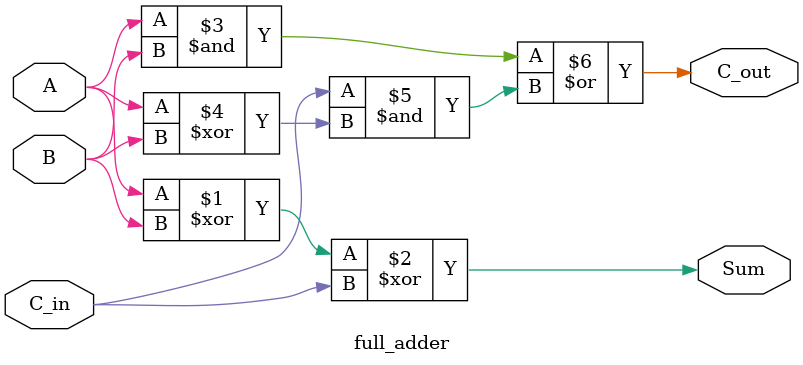
<source format=sv>
module full_adder(
		input  logic A, B, C_in,
		output logic Sum, C_out
);
// Sum   = [A] XOR [B] XOR [C_in]
// C_out = A.B + (  [C_in].([A] XOR [B])  ) 
assign Sum   =  A ^ B ^ C_in;
assign C_out = (A & B) | ( C_in & (A ^ B) );
endmodule





</source>
